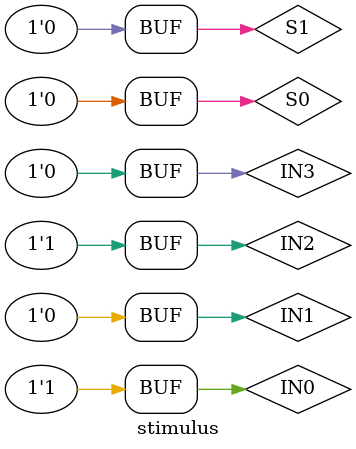
<source format=v>
module mux4_to_1(out, i0, i1, i2, i3, s1, s0);
        output wire out;
    input wire i0;
    input wire i1;
    input wire i2;
    input wire i3;
    input wire s1;
    input wire s0;
wire s1n;
    wire s0n;
    wire y0;
    wire y1;
    wire y2;
    wire y3;
    
// Variable declaration.

//Primitive gate instantiations.
    not(s1n, s1);
    not(s0n, s0);
    and(y0, i0, s1n, s0n);
    and(y1, i1, s1n, s0);
    and(y2, i2, s1, s0n);
    and(y3, i3, s1, s0);
    or(out, y0, y1, y2, y3);

endmodule
module stimulus();
    wire OUTPUT;
    
// Variable declaration.
    reg  IN0;
    reg  IN1;
    reg  IN2;
    reg  IN3;
    reg  S1;
    reg  S0;
    initial         begin
            IN0 = 1;
            IN1 = 0;
            IN2 = 1;
            IN3 = 0;
            S1 = 0;
            S0 = 0;
        end

//Module instantiations.
    mux4_to_1 mux(.out(OUTPUT), .i0(IN0), .i1(IN1), .i2(IN2), .i3(IN3), .s1(S1), .s0(S0));

endmodule

</source>
